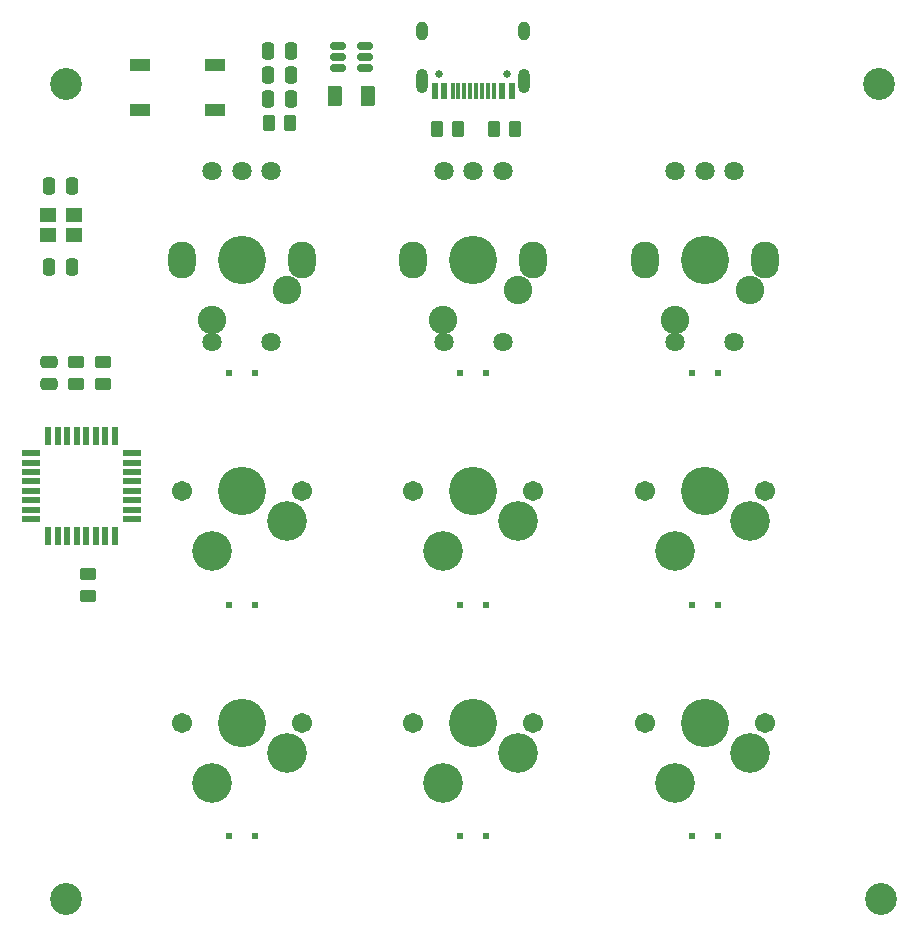
<source format=gbs>
G04 #@! TF.GenerationSoftware,KiCad,Pcbnew,(6.0.1)*
G04 #@! TF.CreationDate,2022-06-28T21:47:16+02:00*
G04 #@! TF.ProjectId,RecyclingPad_embedded,52656379-636c-4696-9e67-5061645f656d,rev?*
G04 #@! TF.SameCoordinates,Original*
G04 #@! TF.FileFunction,Soldermask,Bot*
G04 #@! TF.FilePolarity,Negative*
%FSLAX46Y46*%
G04 Gerber Fmt 4.6, Leading zero omitted, Abs format (unit mm)*
G04 Created by KiCad (PCBNEW (6.0.1)) date 2022-06-28 21:47:16*
%MOMM*%
%LPD*%
G01*
G04 APERTURE LIST*
G04 Aperture macros list*
%AMRoundRect*
0 Rectangle with rounded corners*
0 $1 Rounding radius*
0 $2 $3 $4 $5 $6 $7 $8 $9 X,Y pos of 4 corners*
0 Add a 4 corners polygon primitive as box body*
4,1,4,$2,$3,$4,$5,$6,$7,$8,$9,$2,$3,0*
0 Add four circle primitives for the rounded corners*
1,1,$1+$1,$2,$3*
1,1,$1+$1,$4,$5*
1,1,$1+$1,$6,$7*
1,1,$1+$1,$8,$9*
0 Add four rect primitives between the rounded corners*
20,1,$1+$1,$2,$3,$4,$5,0*
20,1,$1+$1,$4,$5,$6,$7,0*
20,1,$1+$1,$6,$7,$8,$9,0*
20,1,$1+$1,$8,$9,$2,$3,0*%
G04 Aperture macros list end*
%ADD10R,0.500000X0.500000*%
%ADD11C,4.089400*%
%ADD12O,2.327000X3.127000*%
%ADD13C,1.627000*%
%ADD14C,2.413000*%
%ADD15C,1.706881*%
%ADD16C,3.352800*%
%ADD17C,2.700000*%
%ADD18C,0.650000*%
%ADD19R,0.600000X1.450000*%
%ADD20R,0.300000X1.450000*%
%ADD21O,1.000000X1.600000*%
%ADD22O,1.000000X2.100000*%
%ADD23RoundRect,0.150000X0.512500X0.150000X-0.512500X0.150000X-0.512500X-0.150000X0.512500X-0.150000X0*%
%ADD24RoundRect,0.250000X-0.262500X-0.450000X0.262500X-0.450000X0.262500X0.450000X-0.262500X0.450000X0*%
%ADD25R,1.400000X1.200000*%
%ADD26RoundRect,0.250000X0.250000X0.475000X-0.250000X0.475000X-0.250000X-0.475000X0.250000X-0.475000X0*%
%ADD27RoundRect,0.250000X0.262500X0.450000X-0.262500X0.450000X-0.262500X-0.450000X0.262500X-0.450000X0*%
%ADD28RoundRect,0.250000X0.450000X-0.262500X0.450000X0.262500X-0.450000X0.262500X-0.450000X-0.262500X0*%
%ADD29RoundRect,0.250000X0.475000X-0.250000X0.475000X0.250000X-0.475000X0.250000X-0.475000X-0.250000X0*%
%ADD30RoundRect,0.250000X-0.375000X-0.625000X0.375000X-0.625000X0.375000X0.625000X-0.375000X0.625000X0*%
%ADD31RoundRect,0.250000X-0.450000X0.262500X-0.450000X-0.262500X0.450000X-0.262500X0.450000X0.262500X0*%
%ADD32R,1.700000X1.000000*%
%ADD33RoundRect,0.250000X-0.250000X-0.475000X0.250000X-0.475000X0.250000X0.475000X-0.250000X0.475000X0*%
%ADD34R,1.600000X0.550000*%
%ADD35R,0.550000X1.600000*%
G04 APERTURE END LIST*
D10*
X148900000Y-129200000D03*
X151100000Y-129200000D03*
X148900000Y-109600000D03*
X151100000Y-109600000D03*
X129300000Y-129200000D03*
X131500000Y-129200000D03*
X129300000Y-109600000D03*
X131500000Y-109600000D03*
X148900000Y-90000000D03*
X151100000Y-90000000D03*
X129300000Y-90000000D03*
X131500000Y-90000000D03*
X168500000Y-90000000D03*
X170700000Y-90000000D03*
X168500000Y-129200000D03*
X170700000Y-129200000D03*
X168500000Y-109600000D03*
X170700000Y-109600000D03*
D11*
X169600000Y-80400000D03*
D12*
X174680000Y-80400000D03*
X164520000Y-80400000D03*
D13*
X172100000Y-72900000D03*
X167100000Y-72900000D03*
X169600000Y-72900000D03*
X172100000Y-87400000D03*
X167100000Y-87400000D03*
D14*
X173410000Y-82940000D03*
X167060000Y-85480000D03*
D11*
X130400000Y-80400000D03*
D12*
X135480000Y-80400000D03*
X125320000Y-80400000D03*
D13*
X132900000Y-72900000D03*
X127900000Y-72900000D03*
X130400000Y-72900000D03*
X132900000Y-87400000D03*
X127900000Y-87400000D03*
D14*
X134210000Y-82940000D03*
X127860000Y-85480000D03*
D11*
X150000000Y-80400000D03*
D12*
X155080000Y-80400000D03*
X144920000Y-80400000D03*
D13*
X152500000Y-72900000D03*
X147500000Y-72900000D03*
X150000000Y-72900000D03*
X152500000Y-87400000D03*
X147500000Y-87400000D03*
D14*
X153810000Y-82940000D03*
X147460000Y-85480000D03*
D15*
X135480000Y-100000000D03*
X125320000Y-100000000D03*
D11*
X130400000Y-100000000D03*
D16*
X134210000Y-102540000D03*
X127860000Y-105080000D03*
D15*
X135480000Y-119600000D03*
X125320000Y-119600000D03*
D11*
X130400000Y-119600000D03*
D16*
X134210000Y-122140000D03*
X127860000Y-124680000D03*
D15*
X174680000Y-119600000D03*
X164520000Y-119600000D03*
D11*
X169600000Y-119600000D03*
D16*
X173410000Y-122140000D03*
X167060000Y-124680000D03*
D15*
X174680000Y-100000000D03*
X164520000Y-100000000D03*
D11*
X169600000Y-100000000D03*
D16*
X173410000Y-102540000D03*
X167060000Y-105080000D03*
D15*
X155080000Y-100000000D03*
X144920000Y-100000000D03*
D11*
X150000000Y-100000000D03*
D16*
X153810000Y-102540000D03*
X147460000Y-105080000D03*
D15*
X155080000Y-119600000D03*
X144920000Y-119600000D03*
D11*
X150000000Y-119600000D03*
D16*
X153810000Y-122140000D03*
X147460000Y-124680000D03*
D17*
X115500000Y-134500000D03*
X184500000Y-134500000D03*
X184400000Y-65500000D03*
X115500000Y-65500000D03*
D18*
X147110000Y-64700000D03*
X152890000Y-64700000D03*
D19*
X146750000Y-66145000D03*
X147550000Y-66145000D03*
D20*
X148750000Y-66145000D03*
X149750000Y-66145000D03*
X150250000Y-66145000D03*
X151250000Y-66145000D03*
D19*
X152450000Y-66145000D03*
X153250000Y-66145000D03*
X153250000Y-66145000D03*
X152450000Y-66145000D03*
D20*
X151750000Y-66145000D03*
X150750000Y-66145000D03*
X149250000Y-66145000D03*
X148250000Y-66145000D03*
D19*
X147550000Y-66145000D03*
X146750000Y-66145000D03*
D21*
X154320000Y-61050000D03*
D22*
X154320000Y-65230000D03*
D21*
X145680000Y-61050000D03*
D22*
X145680000Y-65230000D03*
D23*
X140837500Y-62296000D03*
X140837500Y-63246000D03*
X140837500Y-64196000D03*
X138562500Y-64196000D03*
X138562500Y-63246000D03*
X138562500Y-62296000D03*
D24*
X132691500Y-68834000D03*
X134516500Y-68834000D03*
D25*
X116162000Y-78320000D03*
X113962000Y-78320000D03*
X113962000Y-76620000D03*
X116162000Y-76620000D03*
D26*
X134554000Y-62738000D03*
X132654000Y-62738000D03*
D24*
X146915500Y-69342000D03*
X148740500Y-69342000D03*
D27*
X153566500Y-69342000D03*
X151741500Y-69342000D03*
D28*
X117348000Y-108862500D03*
X117348000Y-107037500D03*
D29*
X114046000Y-90950000D03*
X114046000Y-89050000D03*
D30*
X138300000Y-66548000D03*
X141100000Y-66548000D03*
D31*
X118618000Y-89087500D03*
X118618000Y-90912500D03*
D32*
X121818000Y-63886000D03*
X128118000Y-63886000D03*
X128118000Y-67686000D03*
X121818000Y-67686000D03*
D31*
X116332000Y-89087500D03*
X116332000Y-90912500D03*
D26*
X134554000Y-64770000D03*
X132654000Y-64770000D03*
X134554000Y-66802000D03*
X132654000Y-66802000D03*
X116012000Y-81026000D03*
X114112000Y-81026000D03*
D33*
X114112000Y-74168000D03*
X116012000Y-74168000D03*
D34*
X121090000Y-96768000D03*
X121090000Y-97568000D03*
X121090000Y-98368000D03*
X121090000Y-99168000D03*
X121090000Y-99968000D03*
X121090000Y-100768000D03*
X121090000Y-101568000D03*
X121090000Y-102368000D03*
D35*
X119640000Y-103818000D03*
X118840000Y-103818000D03*
X118040000Y-103818000D03*
X117240000Y-103818000D03*
X116440000Y-103818000D03*
X115640000Y-103818000D03*
X114840000Y-103818000D03*
X114040000Y-103818000D03*
D34*
X112590000Y-102368000D03*
X112590000Y-101568000D03*
X112590000Y-100768000D03*
X112590000Y-99968000D03*
X112590000Y-99168000D03*
X112590000Y-98368000D03*
X112590000Y-97568000D03*
X112590000Y-96768000D03*
D35*
X114040000Y-95318000D03*
X114840000Y-95318000D03*
X115640000Y-95318000D03*
X116440000Y-95318000D03*
X117240000Y-95318000D03*
X118040000Y-95318000D03*
X118840000Y-95318000D03*
X119640000Y-95318000D03*
M02*

</source>
